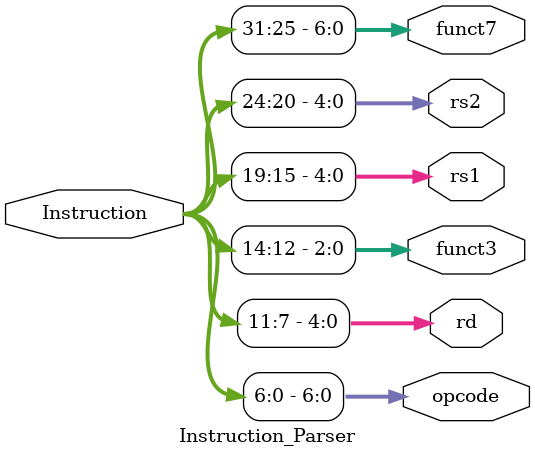
<source format=v>
module Instruction_Parser(Instruction,opcode,rd,funct3,rs1,rs2,funct7
    );

    input wire[31:0] Instruction;
    output reg[6:0] opcode;
    output reg[4:0] rd;
    output reg[2:0] funct3;
    output reg[4:0] rs1;
    output reg[4:0] rs2;
    output reg[6:0] funct7;
    
    
    always @(*)
    begin
        opcode=Instruction[6:0];
        rd=Instruction[11:7];
        funct3=Instruction[14:12];
        rs1=Instruction[19:15];
        rs2=Instruction[24:20];
        funct7=Instruction[31:25]; 
    end
    
endmodule
</source>
